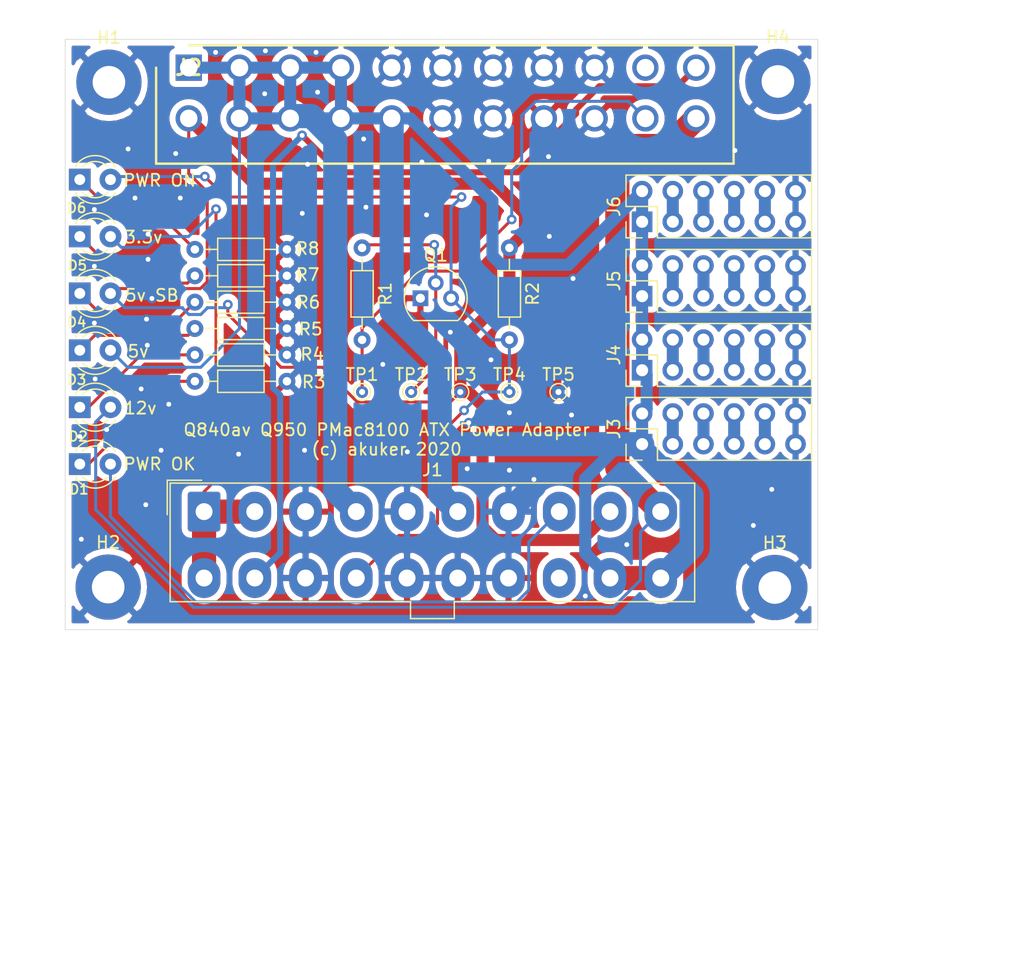
<source format=kicad_pcb>
(kicad_pcb (version 20171130) (host pcbnew "(5.1.6)-1")
  (layers (0 F.Cu signal) (31 B.Cu signal) (34 B.Paste user) (35 F.Paste user) (36 B.SilkS user) (37 F.SilkS user) (38 B.Mask user) (39 F.Mask user) (44 Edge.Cuts user))
  (net 0 "")
  (net 1 "Net-(J2-Pad10)")
  (net 2 GND)
  (net 3 +5V)
  (net 4 "Net-(J1-Pad18)")
  (net 5 PWR_ON)
  (net 6 -12V)
  (net 7 +12V)
  (net 8 +5VP)
  (net 9 PWR_OK)
  (net 10 "Net-(D1-Pad1)")
  (net 11 "Net-(D2-Pad1)")
  (net 12 "Net-(D3-Pad1)")
  (net 13 "Net-(D4-Pad1)")
  (net 14 +3V3)
  (net 15 "Net-(D5-Pad1)")
  (net 16 "Net-(D6-Pad1)")
  (net 17 PFW)
  (net 18 "Net-(Q1-Pad2)")
  (net 19 "Net-(J3-Pad10)")
  (net 20 "Net-(J3-Pad7)")
  (net 21 "Net-(J3-Pad5)")
  (net 22 "Net-(J3-Pad3)")
  (net 23 "Net-(J4-Pad10)")
  (net 24 "Net-(J4-Pad7)")
  (net 25 "Net-(J4-Pad5)")
  (net 26 "Net-(J4-Pad3)")
  (net 27 "Net-(J5-Pad10)")
  (net 28 "Net-(J5-Pad7)")
  (net 29 "Net-(J5-Pad5)")
  (net 30 "Net-(J5-Pad3)")
  (net 31 "Net-(J6-Pad10)")
  (net 32 "Net-(J6-Pad7)")
  (net 33 "Net-(J6-Pad5)")
  (net 34 "Net-(J6-Pad3)")
  (module MountingHole:MountingHole_2.7mm_M2.5_Pad (layer F.Cu) (at 130.556 62.6745)
    (fp_text reference H4 (at 0 -3.7) (layer F.SilkS))
    (fp_text value MountingHole_Pad)
    (pad 1 thru_hole circle (at 0 0) (size 5.4 5.4) (drill 2.7) (layers *.Cu *.Mask) (net 2 GND))
  )
  (module MountingHole:MountingHole_2.7mm_M2.5_Pad (layer F.Cu) (at 130.302 104.5845)
    (fp_text reference H3 (at 0 -3.7) (layer F.SilkS))
    (fp_text value MountingHole_Pad)
    (pad 1 thru_hole circle (at 0 0) (size 5.4 5.4) (drill 2.7) (layers *.Cu *.Mask) (net 2 GND))
  )
  (module MountingHole:MountingHole_2.7mm_M2.5_Pad (layer F.Cu) (at 75.1205 104.5495)
    (fp_text reference H2 (at 0 -3.7) (layer F.SilkS))
    (fp_text value MountingHole_Pad)
    (pad 1 thru_hole circle (at 0 0) (size 5.4 5.4) (drill 2.7) (layers *.Cu *.Mask) (net 2 GND))
  )
  (module MountingHole:MountingHole_2.7mm_M2.5_Pad (layer F.Cu) (at 75.184 62.738)
    (fp_text reference H1 (at 0 -3.7) (layer F.SilkS))
    (fp_text value MountingHole_Pad)
    (pad 1 thru_hole circle (at 0 0) (size 5.4 5.4) (drill 2.7) (layers *.Cu *.Mask) (net 2 GND))
  )
  (module Connector_PinHeader_2.54mm:PinHeader_2x06_P2.54mm_Vertical (layer F.Cu) (at 119.3165 74.295 90)
    (fp_text reference J6 (at 1.27 -2.33 90) (layer F.SilkS))
    (fp_text value Conn_02x06_Counter_Clockwise)
    (pad 12 thru_hole oval (at 2.54 12.7 90) (size 1.7 1.7) (drill 1) (layers *.Cu *.Mask) (net 2 GND))
    (pad 11 thru_hole oval (at 0 12.7 90) (size 1.7 1.7) (drill 1) (layers *.Cu *.Mask) (net 2 GND))
    (pad 10 thru_hole oval (at 2.54 10.16 90) (size 1.7 1.7) (drill 1) (layers *.Cu *.Mask) (net 31 "Net-(J6-Pad10)"))
    (pad 9 thru_hole oval (at 0 10.16 90) (size 1.7 1.7) (drill 1) (layers *.Cu *.Mask) (net 31 "Net-(J6-Pad10)"))
    (pad 8 thru_hole oval (at 2.54 7.62 90) (size 1.7 1.7) (drill 1) (layers *.Cu *.Mask) (net 32 "Net-(J6-Pad7)"))
    (pad 7 thru_hole oval (at 0 7.62 90) (size 1.7 1.7) (drill 1) (layers *.Cu *.Mask) (net 32 "Net-(J6-Pad7)"))
    (pad 6 thru_hole oval (at 2.54 5.08 90) (size 1.7 1.7) (drill 1) (layers *.Cu *.Mask) (net 33 "Net-(J6-Pad5)"))
    (pad 5 thru_hole oval (at 0 5.08 90) (size 1.7 1.7) (drill 1) (layers *.Cu *.Mask) (net 33 "Net-(J6-Pad5)"))
    (pad 4 thru_hole oval (at 2.54 2.54 90) (size 1.7 1.7) (drill 1) (layers *.Cu *.Mask) (net 34 "Net-(J6-Pad3)"))
    (pad 3 thru_hole oval (at 0 2.54 90) (size 1.7 1.7) (drill 1) (layers *.Cu *.Mask) (net 34 "Net-(J6-Pad3)"))
    (pad 2 thru_hole oval (at 2.54 0 90) (size 1.7 1.7) (drill 1) (layers *.Cu *.Mask) (net 3 +5V))
    (pad 1 thru_hole rect (at 0 0 90) (size 1.7 1.7) (drill 1) (layers *.Cu *.Mask) (net 3 +5V))
  )
  (module Connector_PinHeader_2.54mm:PinHeader_2x06_P2.54mm_Vertical (layer F.Cu) (at 119.3165 80.4545 90)
    (fp_text reference J5 (at 1.27 -2.33 90) (layer F.SilkS))
    (fp_text value Conn_02x06_Counter_Clockwise)
    (pad 12 thru_hole oval (at 2.54 12.7 90) (size 1.7 1.7) (drill 1) (layers *.Cu *.Mask) (net 2 GND))
    (pad 11 thru_hole oval (at 0 12.7 90) (size 1.7 1.7) (drill 1) (layers *.Cu *.Mask) (net 2 GND))
    (pad 10 thru_hole oval (at 2.54 10.16 90) (size 1.7 1.7) (drill 1) (layers *.Cu *.Mask) (net 27 "Net-(J5-Pad10)"))
    (pad 9 thru_hole oval (at 0 10.16 90) (size 1.7 1.7) (drill 1) (layers *.Cu *.Mask) (net 27 "Net-(J5-Pad10)"))
    (pad 8 thru_hole oval (at 2.54 7.62 90) (size 1.7 1.7) (drill 1) (layers *.Cu *.Mask) (net 28 "Net-(J5-Pad7)"))
    (pad 7 thru_hole oval (at 0 7.62 90) (size 1.7 1.7) (drill 1) (layers *.Cu *.Mask) (net 28 "Net-(J5-Pad7)"))
    (pad 6 thru_hole oval (at 2.54 5.08 90) (size 1.7 1.7) (drill 1) (layers *.Cu *.Mask) (net 29 "Net-(J5-Pad5)"))
    (pad 5 thru_hole oval (at 0 5.08 90) (size 1.7 1.7) (drill 1) (layers *.Cu *.Mask) (net 29 "Net-(J5-Pad5)"))
    (pad 4 thru_hole oval (at 2.54 2.54 90) (size 1.7 1.7) (drill 1) (layers *.Cu *.Mask) (net 30 "Net-(J5-Pad3)"))
    (pad 3 thru_hole oval (at 0 2.54 90) (size 1.7 1.7) (drill 1) (layers *.Cu *.Mask) (net 30 "Net-(J5-Pad3)"))
    (pad 2 thru_hole oval (at 2.54 0 90) (size 1.7 1.7) (drill 1) (layers *.Cu *.Mask) (net 3 +5V))
    (pad 1 thru_hole rect (at 0 0 90) (size 1.7 1.7) (drill 1) (layers *.Cu *.Mask) (net 3 +5V))
  )
  (module Connector_PinHeader_2.54mm:PinHeader_2x06_P2.54mm_Vertical (layer F.Cu) (at 119.3165 86.5895 90)
    (fp_text reference J4 (at 1.27 -2.33 90) (layer F.SilkS))
    (fp_text value Conn_02x06_Counter_Clockwise)
    (pad 12 thru_hole oval (at 2.54 12.7 90) (size 1.7 1.7) (drill 1) (layers *.Cu *.Mask) (net 2 GND))
    (pad 11 thru_hole oval (at 0 12.7 90) (size 1.7 1.7) (drill 1) (layers *.Cu *.Mask) (net 2 GND))
    (pad 10 thru_hole oval (at 2.54 10.16 90) (size 1.7 1.7) (drill 1) (layers *.Cu *.Mask) (net 23 "Net-(J4-Pad10)"))
    (pad 9 thru_hole oval (at 0 10.16 90) (size 1.7 1.7) (drill 1) (layers *.Cu *.Mask) (net 23 "Net-(J4-Pad10)"))
    (pad 8 thru_hole oval (at 2.54 7.62 90) (size 1.7 1.7) (drill 1) (layers *.Cu *.Mask) (net 24 "Net-(J4-Pad7)"))
    (pad 7 thru_hole oval (at 0 7.62 90) (size 1.7 1.7) (drill 1) (layers *.Cu *.Mask) (net 24 "Net-(J4-Pad7)"))
    (pad 6 thru_hole oval (at 2.54 5.08 90) (size 1.7 1.7) (drill 1) (layers *.Cu *.Mask) (net 25 "Net-(J4-Pad5)"))
    (pad 5 thru_hole oval (at 0 5.08 90) (size 1.7 1.7) (drill 1) (layers *.Cu *.Mask) (net 25 "Net-(J4-Pad5)"))
    (pad 4 thru_hole oval (at 2.54 2.54 90) (size 1.7 1.7) (drill 1) (layers *.Cu *.Mask) (net 26 "Net-(J4-Pad3)"))
    (pad 3 thru_hole oval (at 0 2.54 90) (size 1.7 1.7) (drill 1) (layers *.Cu *.Mask) (net 26 "Net-(J4-Pad3)"))
    (pad 2 thru_hole oval (at 2.54 0 90) (size 1.7 1.7) (drill 1) (layers *.Cu *.Mask) (net 3 +5V))
    (pad 1 thru_hole rect (at 0 0 90) (size 1.7 1.7) (drill 1) (layers *.Cu *.Mask) (net 3 +5V))
  )
  (module Connector_PinHeader_2.54mm:PinHeader_2x06_P2.54mm_Vertical (layer F.Cu) (at 119.3165 92.71 90)
    (fp_text reference J3 (at 1.27 -2.33 90) (layer F.SilkS))
    (fp_text value Conn_02x06_Counter_Clockwise)
    (pad 12 thru_hole oval (at 2.54 12.7 90) (size 1.7 1.7) (drill 1) (layers *.Cu *.Mask) (net 2 GND))
    (pad 11 thru_hole oval (at 0 12.7 90) (size 1.7 1.7) (drill 1) (layers *.Cu *.Mask) (net 2 GND))
    (pad 10 thru_hole oval (at 2.54 10.16 90) (size 1.7 1.7) (drill 1) (layers *.Cu *.Mask) (net 19 "Net-(J3-Pad10)"))
    (pad 9 thru_hole oval (at 0 10.16 90) (size 1.7 1.7) (drill 1) (layers *.Cu *.Mask) (net 19 "Net-(J3-Pad10)"))
    (pad 8 thru_hole oval (at 2.54 7.62 90) (size 1.7 1.7) (drill 1) (layers *.Cu *.Mask) (net 20 "Net-(J3-Pad7)"))
    (pad 7 thru_hole oval (at 0 7.62 90) (size 1.7 1.7) (drill 1) (layers *.Cu *.Mask) (net 20 "Net-(J3-Pad7)"))
    (pad 6 thru_hole oval (at 2.54 5.08 90) (size 1.7 1.7) (drill 1) (layers *.Cu *.Mask) (net 21 "Net-(J3-Pad5)"))
    (pad 5 thru_hole oval (at 0 5.08 90) (size 1.7 1.7) (drill 1) (layers *.Cu *.Mask) (net 21 "Net-(J3-Pad5)"))
    (pad 4 thru_hole oval (at 2.54 2.54 90) (size 1.7 1.7) (drill 1) (layers *.Cu *.Mask) (net 22 "Net-(J3-Pad3)"))
    (pad 3 thru_hole oval (at 0 2.54 90) (size 1.7 1.7) (drill 1) (layers *.Cu *.Mask) (net 22 "Net-(J3-Pad3)"))
    (pad 2 thru_hole oval (at 2.54 0 90) (size 1.7 1.7) (drill 1) (layers *.Cu *.Mask) (net 3 +5V))
    (pad 1 thru_hole rect (at 0 0 90) (size 1.7 1.7) (drill 1) (layers *.Cu *.Mask) (net 3 +5V))
  )
  (module TestPoint:TestPoint_THTPad_D1.0mm_Drill0.5mm (layer F.Cu) (at 112.395 88.392)
    (fp_text reference TP5 (at 0 -1.448) (layer F.SilkS))
    (fp_text value TestPoint)
    (pad 1 thru_hole circle (at 0 0) (size 1 1) (drill 0.5) (layers *.Cu *.Mask) (net 2 GND))
  )
  (module TestPoint:TestPoint_THTPad_D1.0mm_Drill0.5mm (layer F.Cu) (at 108.331 88.392)
    (fp_text reference TP4 (at 0 -1.448) (layer F.SilkS))
    (fp_text value TestPoint)
    (pad 1 thru_hole circle (at 0 0) (size 1 1) (drill 0.5) (layers *.Cu *.Mask) (net 5 PWR_ON))
  )
  (module TestPoint:TestPoint_THTPad_D1.0mm_Drill0.5mm (layer F.Cu) (at 104.267 88.392)
    (fp_text reference TP3 (at 0 -1.448) (layer F.SilkS))
    (fp_text value TestPoint)
    (pad 1 thru_hole circle (at 0 0) (size 1 1) (drill 0.5) (layers *.Cu *.Mask) (net 8 +5VP))
  )
  (module TestPoint:TestPoint_THTPad_D1.0mm_Drill0.5mm (layer F.Cu) (at 100.203 88.392)
    (fp_text reference TP2 (at 0 -1.448) (layer F.SilkS))
    (fp_text value TestPoint)
    (pad 1 thru_hole circle (at 0 0) (size 1 1) (drill 0.5) (layers *.Cu *.Mask) (net 18 "Net-(Q1-Pad2)"))
  )
  (module TestPoint:TestPoint_THTPad_D1.0mm_Drill0.5mm (layer F.Cu) (at 96.139 88.392)
    (fp_text reference TP1 (at 0 -1.448) (layer F.SilkS))
    (fp_text value TestPoint)
    (pad 1 thru_hole circle (at 0 0) (size 1 1) (drill 0.5) (layers *.Cu *.Mask) (net 17 PFW))
  )
  (module Resistor_THT:R_Axial_DIN0204_L3.6mm_D1.6mm_P7.62mm_Horizontal (layer F.Cu) (at 89.916 76.581 180)
    (fp_text reference R8 (at -1.7145 0.0635) (layer F.SilkS))
    (fp_text value 10k)
    (pad 2 thru_hole oval (at 7.62 0 180) (size 1.4 1.4) (drill 0.7) (layers *.Cu *.Mask) (net 16 "Net-(D6-Pad1)"))
    (pad 1 thru_hole circle (at 0 0 180) (size 1.4 1.4) (drill 0.7) (layers *.Cu *.Mask) (net 2 GND))
  )
  (module Resistor_THT:R_Axial_DIN0204_L3.6mm_D1.6mm_P7.62mm_Horizontal (layer F.Cu) (at 89.916 78.7654 180)
    (fp_text reference R7 (at -1.7145 0.0889) (layer F.SilkS))
    (fp_text value 10k)
    (pad 2 thru_hole oval (at 7.62 0 180) (size 1.4 1.4) (drill 0.7) (layers *.Cu *.Mask) (net 15 "Net-(D5-Pad1)"))
    (pad 1 thru_hole circle (at 0 0 180) (size 1.4 1.4) (drill 0.7) (layers *.Cu *.Mask) (net 2 GND))
  )
  (module Resistor_THT:R_Axial_DIN0204_L3.6mm_D1.6mm_P7.62mm_Horizontal (layer F.Cu) (at 89.916 80.9498 180)
    (fp_text reference R6 (at -1.778 -0.0127) (layer F.SilkS))
    (fp_text value 10k)
    (pad 2 thru_hole oval (at 7.62 0 180) (size 1.4 1.4) (drill 0.7) (layers *.Cu *.Mask) (net 13 "Net-(D4-Pad1)"))
    (pad 1 thru_hole circle (at 0 0 180) (size 1.4 1.4) (drill 0.7) (layers *.Cu *.Mask) (net 2 GND))
  )
  (module Resistor_THT:R_Axial_DIN0204_L3.6mm_D1.6mm_P7.62mm_Horizontal (layer F.Cu) (at 89.916 83.1342 180)
    (fp_text reference R5 (at -1.9685 -0.0508) (layer F.SilkS))
    (fp_text value 10k)
    (pad 2 thru_hole oval (at 7.62 0 180) (size 1.4 1.4) (drill 0.7) (layers *.Cu *.Mask) (net 12 "Net-(D3-Pad1)"))
    (pad 1 thru_hole circle (at 0 0 180) (size 1.4 1.4) (drill 0.7) (layers *.Cu *.Mask) (net 2 GND))
  )
  (module Resistor_THT:R_Axial_DIN0204_L3.6mm_D1.6mm_P7.62mm_Horizontal (layer F.Cu) (at 89.916 85.3186 180)
    (fp_text reference R4 (at -2.0955 0.0381) (layer F.SilkS))
    (fp_text value 10k)
    (pad 2 thru_hole oval (at 7.62 0 180) (size 1.4 1.4) (drill 0.7) (layers *.Cu *.Mask) (net 11 "Net-(D2-Pad1)"))
    (pad 1 thru_hole circle (at 0 0 180) (size 1.4 1.4) (drill 0.7) (layers *.Cu *.Mask) (net 2 GND))
  )
  (module Resistor_THT:R_Axial_DIN0204_L3.6mm_D1.6mm_P7.62mm_Horizontal (layer F.Cu) (at 89.916 87.503 180)
    (fp_text reference R3 (at -2.2225 -0.0635) (layer F.SilkS))
    (fp_text value 10k)
    (pad 2 thru_hole oval (at 7.62 0 180) (size 1.4 1.4) (drill 0.7) (layers *.Cu *.Mask) (net 10 "Net-(D1-Pad1)"))
    (pad 1 thru_hole circle (at 0 0 180) (size 1.4 1.4) (drill 0.7) (layers *.Cu *.Mask) (net 2 GND))
  )
  (module Resistor_THT:R_Axial_DIN0204_L3.6mm_D1.6mm_P7.62mm_Horizontal (layer F.Cu) (at 108.331 76.454 270)
    (fp_text reference R2 (at 3.81 -1.92 90) (layer F.SilkS))
    (fp_text value 1k)
    (pad 2 thru_hole oval (at 7.62 0 270) (size 1.4 1.4) (drill 0.7) (layers *.Cu *.Mask) (net 5 PWR_ON))
    (pad 1 thru_hole circle (at 0 0 270) (size 1.4 1.4) (drill 0.7) (layers *.Cu *.Mask) (net 8 +5VP))
  )
  (module Resistor_THT:R_Axial_DIN0204_L3.6mm_D1.6mm_P7.62mm_Horizontal (layer F.Cu) (at 96.139 76.454 270)
    (fp_text reference R1 (at 3.81 -1.92 90) (layer F.SilkS))
    (fp_text value 10k)
    (pad 2 thru_hole oval (at 7.62 0 270) (size 1.4 1.4) (drill 0.7) (layers *.Cu *.Mask) (net 17 PFW))
    (pad 1 thru_hole circle (at 0 0 270) (size 1.4 1.4) (drill 0.7) (layers *.Cu *.Mask) (net 18 "Net-(Q1-Pad2)"))
  )
  (module Package_TO_SOT_THT:TO-92 (layer F.Cu) (at 100.965 80.624)
    (fp_text reference Q1 (at 1.27 -3.56) (layer F.SilkS))
    (fp_text value Q_NPN_BCE)
    (pad 1 thru_hole rect (at 0 0 90) (size 1.3 1.3) (drill 0.75) (layers *.Cu *.Mask) (net 2 GND))
    (pad 3 thru_hole circle (at 2.54 0 90) (size 1.3 1.3) (drill 0.75) (layers *.Cu *.Mask) (net 5 PWR_ON))
    (pad 2 thru_hole circle (at 1.27 -1.27 90) (size 1.3 1.3) (drill 0.75) (layers *.Cu *.Mask) (net 18 "Net-(Q1-Pad2)"))
  )
  (module LED_THT:LED_D3.0mm (layer F.Cu) (at 72.771 70.8025)
    (fp_text reference D6 (at -0.254 2.3495) (layer F.SilkS) (effects (font (size 0.8 0.8))))
    (fp_text value LED_Small)
    (pad 2 thru_hole circle (at 2.54 0) (size 1.8 1.8) (drill 0.9) (layers *.Cu *.Mask) (net 5 PWR_ON))
    (pad 1 thru_hole rect (at 0 0) (size 1.8 1.8) (drill 0.9) (layers *.Cu *.Mask) (net 16 "Net-(D6-Pad1)"))
  )
  (module LED_THT:LED_D3.0mm (layer F.Cu) (at 72.771 75.5142)
    (fp_text reference D5 (at -0.1905 2.4003) (layer F.SilkS) (effects (font (size 0.8 0.8))))
    (fp_text value LED_Small)
    (pad 2 thru_hole circle (at 2.54 0) (size 1.8 1.8) (drill 0.9) (layers *.Cu *.Mask) (net 14 +3V3))
    (pad 1 thru_hole rect (at 0 0) (size 1.8 1.8) (drill 0.9) (layers *.Cu *.Mask) (net 15 "Net-(D5-Pad1)"))
  )
  (module LED_THT:LED_D3.0mm (layer F.Cu) (at 72.771 80.2259)
    (fp_text reference D4 (at -0.254 2.3876) (layer F.SilkS) (effects (font (size 0.8 0.8))))
    (fp_text value LED_Small)
    (pad 2 thru_hole circle (at 2.54 0) (size 1.8 1.8) (drill 0.9) (layers *.Cu *.Mask) (net 8 +5VP))
    (pad 1 thru_hole rect (at 0 0) (size 1.8 1.8) (drill 0.9) (layers *.Cu *.Mask) (net 13 "Net-(D4-Pad1)"))
  )
  (module LED_THT:LED_D3.0mm (layer F.Cu) (at 72.771 84.9376)
    (fp_text reference D3 (at -0.254 2.4384) (layer F.SilkS) (effects (font (size 0.8 0.8))))
    (fp_text value LED_Small)
    (pad 2 thru_hole circle (at 2.54 0) (size 1.8 1.8) (drill 0.9) (layers *.Cu *.Mask) (net 3 +5V))
    (pad 1 thru_hole rect (at 0 0) (size 1.8 1.8) (drill 0.9) (layers *.Cu *.Mask) (net 12 "Net-(D3-Pad1)"))
  )
  (module LED_THT:LED_D3.0mm (layer F.Cu) (at 72.771 89.6493)
    (fp_text reference D2 (at -0.127 2.4257) (layer F.SilkS) (effects (font (size 0.8 0.8))))
    (fp_text value LED_Small)
    (pad 2 thru_hole circle (at 2.54 0) (size 1.8 1.8) (drill 0.9) (layers *.Cu *.Mask) (net 7 +12V))
    (pad 1 thru_hole rect (at 0 0) (size 1.8 1.8) (drill 0.9) (layers *.Cu *.Mask) (net 11 "Net-(D2-Pad1)"))
  )
  (module LED_THT:LED_D3.0mm (layer F.Cu) (at 72.771 94.361)
    (fp_text reference D1 (at -0.0635 2.0955) (layer F.SilkS) (effects (font (size 0.8 0.8))))
    (fp_text value LED_Small)
    (pad 2 thru_hole circle (at 2.54 0) (size 1.8 1.8) (drill 0.9) (layers *.Cu *.Mask) (net 9 PWR_OK))
    (pad 1 thru_hole rect (at 0 0) (size 1.8 1.8) (drill 0.9) (layers *.Cu *.Mask) (net 10 "Net-(D1-Pad1)"))
  )
  (module Library_Loader:SHDR22W125P420_2X11_4740X960X1310P (layer F.Cu) (at 81.788 61.5315)
    (fp_text reference J2 (at 0 0) (layer F.SilkS) (effects (font (size 1.27 1.27) (thickness 0.254))))
    (fp_text value 39-28-1223 hide)
    (pad 22 thru_hole circle (at 42 4.2) (size 2.175 2.175) (drill 1.45) (layers *.Cu *.Mask) (net 7 +12V))
    (pad 21 thru_hole circle (at 37.8 4.2) (size 2.175 2.175) (drill 1.45) (layers *.Cu *.Mask) (net 17 PFW))
    (pad 20 thru_hole circle (at 33.6 4.2) (size 2.175 2.175) (drill 1.45) (layers *.Cu *.Mask) (net 2 GND))
    (pad 19 thru_hole circle (at 29.4 4.2) (size 2.175 2.175) (drill 1.45) (layers *.Cu *.Mask) (net 2 GND))
    (pad 18 thru_hole circle (at 25.2 4.2) (size 2.175 2.175) (drill 1.45) (layers *.Cu *.Mask) (net 2 GND))
    (pad 17 thru_hole circle (at 21 4.2) (size 2.175 2.175) (drill 1.45) (layers *.Cu *.Mask) (net 2 GND))
    (pad 16 thru_hole circle (at 16.8 4.2) (size 2.175 2.175) (drill 1.45) (layers *.Cu *.Mask) (net 3 +5V))
    (pad 15 thru_hole circle (at 12.6 4.2) (size 2.175 2.175) (drill 1.45) (layers *.Cu *.Mask) (net 3 +5V))
    (pad 14 thru_hole circle (at 8.4 4.2) (size 2.175 2.175) (drill 1.45) (layers *.Cu *.Mask) (net 3 +5V))
    (pad 13 thru_hole circle (at 4.2 4.2) (size 2.175 2.175) (drill 1.45) (layers *.Cu *.Mask) (net 3 +5V))
    (pad 12 thru_hole circle (at 0 4.2) (size 2.175 2.175) (drill 1.45) (layers *.Cu *.Mask) (net 8 +5VP))
    (pad 11 thru_hole circle (at 42 0) (size 2.175 2.175) (drill 1.45) (layers *.Cu *.Mask) (net 6 -12V))
    (pad 10 thru_hole circle (at 37.8 0) (size 2.175 2.175) (drill 1.45) (layers *.Cu *.Mask) (net 1 "Net-(J2-Pad10)"))
    (pad 9 thru_hole circle (at 33.6 0) (size 2.175 2.175) (drill 1.45) (layers *.Cu *.Mask) (net 2 GND))
    (pad 8 thru_hole circle (at 29.4 0) (size 2.175 2.175) (drill 1.45) (layers *.Cu *.Mask) (net 2 GND))
    (pad 7 thru_hole circle (at 25.2 0) (size 2.175 2.175) (drill 1.45) (layers *.Cu *.Mask) (net 2 GND))
    (pad 6 thru_hole circle (at 21 0) (size 2.175 2.175) (drill 1.45) (layers *.Cu *.Mask) (net 2 GND))
    (pad 5 thru_hole circle (at 16.8 0) (size 2.175 2.175) (drill 1.45) (layers *.Cu *.Mask) (net 2 GND))
    (pad 4 thru_hole circle (at 12.6 0) (size 2.175 2.175) (drill 1.45) (layers *.Cu *.Mask) (net 3 +5V))
    (pad 3 thru_hole circle (at 8.4 0) (size 2.175 2.175) (drill 1.45) (layers *.Cu *.Mask) (net 3 +5V))
    (pad 2 thru_hole circle (at 4.2 0) (size 2.175 2.175) (drill 1.45) (layers *.Cu *.Mask) (net 3 +5V))
    (pad 1 thru_hole rect (at 0 0) (size 2.175 2.175) (drill 1.45) (layers *.Cu *.Mask) (net 3 +5V))
  )
  (module Connector_Molex:Molex_Mini-Fit_Jr_5566-20A_2x10_P4.20mm_Vertical (layer F.Cu) (at 83.058 98.298)
    (fp_text reference J1 (at 18.9 -3.45) (layer F.SilkS))
    (fp_text value ATX-20)
    (pad 20 thru_hole oval (at 37.8 5.5) (size 2.7 3.3) (drill 1.4) (layers *.Cu *.Mask) (net 3 +5V))
    (pad 19 thru_hole oval (at 33.6 5.5) (size 2.7 3.3) (drill 1.4) (layers *.Cu *.Mask) (net 3 +5V))
    (pad 18 thru_hole oval (at 29.4 5.5) (size 2.7 3.3) (drill 1.4) (layers *.Cu *.Mask) (net 4 "Net-(J1-Pad18)"))
    (pad 17 thru_hole oval (at 25.2 5.5) (size 2.7 3.3) (drill 1.4) (layers *.Cu *.Mask) (net 2 GND))
    (pad 16 thru_hole oval (at 21 5.5) (size 2.7 3.3) (drill 1.4) (layers *.Cu *.Mask) (net 2 GND))
    (pad 15 thru_hole oval (at 16.8 5.5) (size 2.7 3.3) (drill 1.4) (layers *.Cu *.Mask) (net 2 GND))
    (pad 14 thru_hole oval (at 12.6 5.5) (size 2.7 3.3) (drill 1.4) (layers *.Cu *.Mask) (net 5 PWR_ON))
    (pad 13 thru_hole oval (at 8.4 5.5) (size 2.7 3.3) (drill 1.4) (layers *.Cu *.Mask) (net 2 GND))
    (pad 12 thru_hole oval (at 4.2 5.5) (size 2.7 3.3) (drill 1.4) (layers *.Cu *.Mask) (net 6 -12V))
    (pad 11 thru_hole oval (at 0 5.5) (size 2.7 3.3) (drill 1.4) (layers *.Cu *.Mask) (net 14 +3V3))
    (pad 10 thru_hole oval (at 37.8 0) (size 2.7 3.3) (drill 1.4) (layers *.Cu *.Mask) (net 7 +12V))
    (pad 9 thru_hole oval (at 33.6 0) (size 2.7 3.3) (drill 1.4) (layers *.Cu *.Mask) (net 8 +5VP))
    (pad 8 thru_hole oval (at 29.4 0) (size 2.7 3.3) (drill 1.4) (layers *.Cu *.Mask) (net 9 PWR_OK))
    (pad 7 thru_hole oval (at 25.2 0) (size 2.7 3.3) (drill 1.4) (layers *.Cu *.Mask) (net 2 GND))
    (pad 6 thru_hole oval (at 21 0) (size 2.7 3.3) (drill 1.4) (layers *.Cu *.Mask) (net 3 +5V))
    (pad 5 thru_hole oval (at 16.8 0) (size 2.7 3.3) (drill 1.4) (layers *.Cu *.Mask) (net 2 GND))
    (pad 4 thru_hole oval (at 12.6 0) (size 2.7 3.3) (drill 1.4) (layers *.Cu *.Mask) (net 3 +5V))
    (pad 3 thru_hole oval (at 8.4 0) (size 2.7 3.3) (drill 1.4) (layers *.Cu *.Mask) (net 2 GND))
    (pad 2 thru_hole oval (at 4.2 0) (size 2.7 3.3) (drill 1.4) (layers *.Cu *.Mask) (net 14 +3V3))
    (pad 1 thru_hole roundrect (at 0 0) (size 2.7 3.3) (drill 1.4) (layers *.Cu *.Mask) (roundrect_rratio 0.09259299999999999) (net 14 +3V3))
  )
  (gr_text "Q840av Q950 PMac8100 ATX Power Adapter\n(c) akuker 2020" (at 98.171 92.329) (layer F.SilkS) (effects (font (size 1 1))))
  (gr_text "PWR OK" (at 79.375 94.361) (layer F.SilkS) (effects (font (size 1 1))))
  (gr_text 12v (at 77.7875 89.7255) (layer F.SilkS) (effects (font (size 1 1))))
  (gr_text 5v (at 77.597 85.0265) (layer F.SilkS) (effects (font (size 1 1))))
  (gr_text "5v SB" (at 78.74 80.391) (layer F.SilkS) (effects (font (size 1 1))))
  (gr_text 3.3v (at 78.0415 75.565) (layer F.SilkS) (effects (font (size 1 1))))
  (gr_text "PWR ON" (at 79.375 70.866) (layer F.SilkS) (effects (font (size 1 1))))
  (gr_line (start 71.5645 59.182) (end 72.1995 59.182) (layer Edge.Cuts) (width 0.05))
  (gr_line (start 71.5645 108.077) (end 71.5645 59.182) (layer Edge.Cuts) (width 0.05))
  (gr_line (start 133.858 108.077) (end 71.5645 108.077) (layer Edge.Cuts) (width 0.05))
  (gr_line (start 133.858 59.182) (end 133.858 108.077) (layer Edge.Cuts) (width 0.05))
  (gr_line (start 72.1995 59.182) (end 133.858 59.182) (layer Edge.Cuts) (width 0.05))
  (via (at 97.8535 86.106) (size 0.8) (drill 0.4) (layers F.Cu B.Cu) (net 2))
  (via (at 101.473 73.7235) (size 0.8) (drill 0.4) (layers F.Cu B.Cu) (net 2))
  (via (at 91.186 73.5965) (size 0.8) (drill 0.4) (layers F.Cu B.Cu) (net 2))
  (via (at 77.343 72.3265) (size 0.8) (drill 0.4) (layers F.Cu B.Cu) (net 2))
  (via (at 81.0895 72.3265) (size 0.8) (drill 0.4) (layers F.Cu B.Cu) (net 2))
  (via (at 76.7715 68.2625) (size 0.8) (drill 0.4) (layers F.Cu B.Cu) (net 2))
  (via (at 80.7085 68.6435) (size 0.8) (drill 0.4) (layers F.Cu B.Cu) (net 2))
  (via (at 91.3765 93.218) (size 0.8) (drill 0.4) (layers F.Cu B.Cu) (net 2))
  (via (at 99.8855 93.345) (size 0.8) (drill 0.4) (layers F.Cu B.Cu) (net 2))
  (via (at 108.331 94.869) (size 0.8) (drill 0.4) (layers F.Cu B.Cu) (net 2))
  (via (at 108.331 90.1065) (size 0.8) (drill 0.4) (layers F.Cu B.Cu) (net 2))
  (via (at 113.4745 90.297) (size 0.8) (drill 0.4) (layers F.Cu B.Cu) (net 2))
  (via (at 118.0465 101.0285) (size 0.8) (drill 0.4) (layers F.Cu B.Cu) (net 2))
  (via (at 79.502 93.218) (size 0.8) (drill 0.4) (layers F.Cu B.Cu) (net 2))
  (via (at 85.9155 93.5355) (size 0.8) (drill 0.4) (layers F.Cu B.Cu) (net 2))
  (via (at 80.137 89.408) (size 0.8) (drill 0.4) (layers F.Cu B.Cu) (net 2))
  (via (at 77.851 88.138) (size 0.8) (drill 0.4) (layers F.Cu B.Cu) (net 2))
  (via (at 78.4225 75.311) (size 0.8) (drill 0.4) (layers F.Cu B.Cu) (net 2))
  (via (at 78.4225 77.4065) (size 0.8) (drill 0.4) (layers F.Cu B.Cu) (net 2))
  (via (at 78.74 80.645) (size 0.8) (drill 0.4) (layers F.Cu B.Cu) (net 2))
  (via (at 78.2955 82.3595) (size 0.8) (drill 0.4) (layers F.Cu B.Cu) (net 2))
  (via (at 78.359 84.5185) (size 0.8) (drill 0.4) (layers F.Cu B.Cu) (net 2))
  (via (at 74.041 87.3125) (size 0.8) (drill 0.4) (layers F.Cu B.Cu) (net 2))
  (via (at 73.9775 82.677) (size 0.8) (drill 0.4) (layers F.Cu B.Cu) (net 2))
  (via (at 73.9775 77.978) (size 0.8) (drill 0.4) (layers F.Cu B.Cu) (net 2))
  (via (at 73.9775 73.279) (size 0.8) (drill 0.4) (layers F.Cu B.Cu) (net 2))
  (via (at 74.9935 91.5035) (size 0.8) (drill 0.4) (layers F.Cu B.Cu) (net 2))
  (via (at 72.771 92.075) (size 0.8) (drill 0.4) (layers F.Cu B.Cu) (net 2))
  (via (at 78.232 97.7265) (size 0.8) (drill 0.4) (layers F.Cu B.Cu) (net 2))
  (via (at 72.898 100.584) (size 0.8) (drill 0.4) (layers F.Cu B.Cu) (net 2))
  (via (at 113.6015 78.994) (size 0.8) (drill 0.4) (layers F.Cu B.Cu) (net 2))
  (via (at 111.5695 68.8975) (size 0.8) (drill 0.4) (layers F.Cu B.Cu) (net 2))
  (via (at 127 68.3895) (size 0.8) (drill 0.4) (layers F.Cu B.Cu) (net 2))
  (via (at 130.048 96.4565) (size 0.8) (drill 0.4) (layers F.Cu B.Cu) (net 2))
  (via (at 128.524 99.441) (size 0.8) (drill 0.4) (layers F.Cu B.Cu) (net 2))
  (via (at 96.4565 73.0885) (size 0.8) (drill 0.4) (layers F.Cu B.Cu) (net 2))
  (via (at 96.266 67.437) (size 0.8) (drill 0.4) (layers F.Cu B.Cu) (net 2))
  (via (at 92.456 63.5635) (size 0.8) (drill 0.4) (layers F.Cu B.Cu) (net 2))
  (via (at 88.0745 63.6905) (size 0.8) (drill 0.4) (layers F.Cu B.Cu) (net 2))
  (via (at 88.138 60.1345) (size 0.8) (drill 0.4) (layers F.Cu B.Cu) (net 2))
  (via (at 92.329 60.2615) (size 0.8) (drill 0.4) (layers F.Cu B.Cu) (net 2))
  (via (at 84.0105 60.2615) (size 0.8) (drill 0.4) (layers F.Cu B.Cu) (net 2))
  (via (at 114.6175 105.283) (size 0.8) (drill 0.4) (layers F.Cu B.Cu) (net 2))
  (via (at 103.4415 83.439) (size 0.8) (drill 0.4) (layers F.Cu B.Cu) (net 2))
  (via (at 106.6165 69.2785) (size 0.8) (drill 0.4) (layers F.Cu B.Cu) (net 2))
  (via (at 101.092 69.342) (size 0.8) (drill 0.4) (layers F.Cu B.Cu) (net 2))
  (via (at 91.6305 69.5325) (size 0.8) (drill 0.4) (layers F.Cu B.Cu) (net 2))
  (segment (start 111.188 75.0565) (end 111.633 75.5015) (width 2) (layer B.Cu) (net 2))
  (segment (start 111.188 65.7315) (end 111.188 75.0565) (width 2) (layer B.Cu) (net 2))
  (via (at 111.633 75.5015) (size 0.8) (drill 0.4) (layers F.Cu B.Cu) (net 2))
  (segment (start 111.633 88.18485) (end 110.363 89.45485) (width 2) (layer F.Cu) (net 2))
  (segment (start 111.633 75.5015) (end 111.633 88.18485) (width 2) (layer F.Cu) (net 2))
  (via (at 110.363 95.631) (size 0.8) (drill 0.4) (layers F.Cu B.Cu) (net 2))
  (segment (start 110.363 89.45485) (end 110.363 95.631) (width 2) (layer F.Cu) (net 2))
  (segment (start 110.363 96.193) (end 108.258 98.298) (width 2) (layer B.Cu) (net 2))
  (segment (start 110.363 95.631) (end 110.363 96.193) (width 2) (layer B.Cu) (net 2))
  (via (at 104.8385 94.742) (size 0.8) (drill 0.4) (layers F.Cu B.Cu) (net 2))
  (via (at 104.9655 90.932) (size 0.8) (drill 0.4) (layers F.Cu B.Cu) (net 2))
  (via (at 106.807 85.725) (size 0.8) (drill 0.4) (layers F.Cu B.Cu) (net 2))
  (segment (start 81.788 61.5315) (end 94.388 61.5315) (width 1) (layer B.Cu) (net 3))
  (segment (start 85.988 65.7315) (end 98.588 65.7315) (width 1) (layer B.Cu) (net 3))
  (segment (start 94.388 65.7315) (end 94.388 61.5315) (width 1) (layer B.Cu) (net 3))
  (segment (start 90.188 65.7315) (end 90.188 61.5315) (width 1) (layer B.Cu) (net 3))
  (segment (start 85.988 65.7315) (end 85.988 61.5315) (width 1) (layer B.Cu) (net 3))
  (segment (start 117.4665 92.71) (end 119.3165 92.71) (width 1) (layer B.Cu) (net 3))
  (segment (start 114.60799 95.56851) (end 117.4665 92.71) (width 1) (layer B.Cu) (net 3))
  (segment (start 114.60799 101.74799) (end 114.60799 95.56851) (width 1) (layer B.Cu) (net 3))
  (segment (start 116.658 103.798) (end 114.60799 101.74799) (width 1) (layer B.Cu) (net 3))
  (segment (start 119.691501 86.964501) (end 119.3165 86.5895) (width 1) (layer B.Cu) (net 3))
  (segment (start 119.3165 90.176002) (end 119.691501 89.801001) (width 1) (layer B.Cu) (net 3))
  (segment (start 119.691501 89.801001) (end 119.691501 86.964501) (width 1) (layer B.Cu) (net 3))
  (segment (start 119.3165 92.71) (end 119.3165 90.176002) (width 1) (layer B.Cu) (net 3))
  (segment (start 119.3165 86.5895) (end 119.3165 84.0495) (width 1) (layer B.Cu) (net 3))
  (segment (start 119.3165 84.0495) (end 119.3165 80.4545) (width 1) (layer B.Cu) (net 3))
  (segment (start 119.3165 80.4545) (end 119.3165 77.9145) (width 1) (layer B.Cu) (net 3))
  (segment (start 119.3165 77.9145) (end 119.3165 74.295) (width 1) (layer B.Cu) (net 3))
  (segment (start 119.3165 74.295) (end 119.3165 71.755) (width 1) (layer B.Cu) (net 3))
  (segment (start 98.588 81.707002) (end 98.588 65.7315) (width 2) (layer B.Cu) (net 3))
  (segment (start 102.566999 85.686001) (end 98.588 81.707002) (width 2) (layer B.Cu) (net 3))
  (segment (start 104.058 98.298) (end 102.566999 96.806999) (width 2) (layer B.Cu) (net 3))
  (segment (start 120.872499 94.760001) (end 119.3165 93.204002) (width 2) (layer B.Cu) (net 3))
  (segment (start 121.226259 94.760001) (end 120.872499 94.760001) (width 2) (layer B.Cu) (net 3))
  (segment (start 123.40801 96.941752) (end 121.226259 94.760001) (width 2) (layer B.Cu) (net 3))
  (segment (start 119.3165 93.204002) (end 119.3165 92.71) (width 2) (layer B.Cu) (net 3))
  (segment (start 123.40801 101.24799) (end 123.40801 96.941752) (width 2) (layer B.Cu) (net 3))
  (segment (start 120.858 103.798) (end 123.40801 101.24799) (width 2) (layer B.Cu) (net 3))
  (segment (start 120.858 103.798) (end 116.658 103.798) (width 2) (layer F.Cu) (net 3))
  (segment (start 85.988 83.143602) (end 85.988 65.7315) (width 0.25) (layer B.Cu) (net 3))
  (segment (start 76.717001 86.343601) (end 82.788001 86.343601) (width 0.25) (layer B.Cu) (net 3))
  (segment (start 82.788001 86.343601) (end 85.988 83.143602) (width 0.25) (layer B.Cu) (net 3))
  (segment (start 75.311 84.9376) (end 76.717001 86.343601) (width 0.25) (layer B.Cu) (net 3))
  (segment (start 119.3165 92.71) (end 103.8225 92.71) (width 2) (layer B.Cu) (net 3))
  (segment (start 102.566999 96.806999) (end 102.566999 91.454499) (width 2) (layer B.Cu) (net 3))
  (segment (start 103.8225 92.71) (end 102.566999 91.454499) (width 2) (layer B.Cu) (net 3))
  (segment (start 102.566999 91.454499) (end 102.566999 85.686001) (width 2) (layer B.Cu) (net 3))
  (segment (start 106.930999 72.536542) (end 100.125957 65.7315) (width 1) (layer B.Cu) (net 3))
  (segment (start 100.125957 65.7315) (end 98.588 65.7315) (width 1) (layer B.Cu) (net 3))
  (segment (start 119.3165 71.755) (end 113.217499 77.854001) (width 1) (layer B.Cu) (net 3))
  (segment (start 106.930999 77.126001) (end 106.930999 72.536542) (width 1) (layer B.Cu) (net 3))
  (segment (start 113.217499 77.854001) (end 107.658999 77.854001) (width 1) (layer B.Cu) (net 3))
  (segment (start 107.658999 77.854001) (end 106.930999 77.126001) (width 1) (layer B.Cu) (net 3))
  (segment (start 95.658 98.298) (end 93.9165 96.5565) (width 2) (layer B.Cu) (net 3))
  (segment (start 93.9165 67.513846) (end 91.943064 65.54041) (width 2) (layer B.Cu) (net 3))
  (segment (start 93.9165 96.5565) (end 93.9165 67.513846) (width 2) (layer B.Cu) (net 3))
  (segment (start 91.943064 65.54041) (end 90.37909 65.54041) (width 2) (layer B.Cu) (net 3))
  (segment (start 90.37909 65.54041) (end 90.188 65.7315) (width 2) (layer B.Cu) (net 3))
  (segment (start 108.331 88.392) (end 108.331 84.074) (width 0.25) (layer B.Cu) (net 5))
  (segment (start 106.955 84.074) (end 103.505 80.624) (width 0.25) (layer B.Cu) (net 5))
  (segment (start 108.331 84.074) (end 106.955 84.074) (width 0.25) (layer B.Cu) (net 5))
  (via (at 83.1215 70.5485) (size 0.8) (drill 0.4) (layers F.Cu B.Cu) (net 5))
  (segment (start 75.565 70.5485) (end 75.311 70.8025) (width 0.25) (layer B.Cu) (net 5))
  (segment (start 83.1215 70.5485) (end 75.565 70.5485) (width 0.25) (layer B.Cu) (net 5))
  (segment (start 95.658 103.798) (end 99.18299 100.27301) (width 0.25) (layer F.Cu) (net 5))
  (segment (start 102.38299 99.291811) (end 102.38299 92.34777) (width 0.25) (layer F.Cu) (net 5))
  (segment (start 101.401791 100.27301) (end 102.38299 99.291811) (width 0.25) (layer F.Cu) (net 5))
  (segment (start 99.18299 100.27301) (end 101.401791 100.27301) (width 0.25) (layer F.Cu) (net 5))
  (segment (start 84.815022 72.242022) (end 104.367126 72.242022) (width 0.25) (layer F.Cu) (net 5))
  (segment (start 103.505 73.104148) (end 104.367126 72.242022) (width 0.25) (layer B.Cu) (net 5))
  (segment (start 103.505 80.624) (end 103.505 73.104148) (width 0.25) (layer B.Cu) (net 5))
  (via (at 104.367126 72.242022) (size 0.8) (drill 0.4) (layers F.Cu B.Cu) (net 5))
  (segment (start 83.1215 70.5485) (end 84.815022 72.242022) (width 0.25) (layer F.Cu) (net 5))
  (via (at 104.5845 89.916) (size 0.8) (drill 0.4) (layers F.Cu B.Cu) (net 5))
  (segment (start 102.38299 92.11751) (end 104.5845 89.916) (width 0.25) (layer F.Cu) (net 5))
  (segment (start 102.38299 92.34777) (end 102.38299 92.11751) (width 0.25) (layer F.Cu) (net 5))
  (segment (start 106.1085 88.392) (end 108.331 88.392) (width 0.25) (layer B.Cu) (net 5))
  (segment (start 104.5845 89.916) (end 106.1085 88.392) (width 0.25) (layer B.Cu) (net 5))
  (segment (start 123.788 61.5315) (end 122.250499 63.069001) (width 0.5) (layer F.Cu) (net 6))
  (segment (start 109.003001 70.192001) (end 94.226651 70.192001) (width 0.5) (layer F.Cu) (net 6))
  (segment (start 87.258 103.798) (end 89.35801 101.69799) (width 0.5) (layer B.Cu) (net 6))
  (segment (start 94.226651 70.192001) (end 91.175062 67.140412) (width 0.5) (layer F.Cu) (net 6))
  (segment (start 113.850499 64.993499) (end 113.850499 65.344503) (width 0.5) (layer F.Cu) (net 6))
  (segment (start 89.35801 88.647012) (end 88.765999 88.055001) (width 0.5) (layer B.Cu) (net 6))
  (segment (start 122.250499 63.069001) (end 115.774997 63.069001) (width 0.5) (layer F.Cu) (net 6))
  (segment (start 88.765999 88.055001) (end 88.765999 69.549475) (width 0.5) (layer B.Cu) (net 6))
  (segment (start 88.765999 69.549475) (end 91.175062 67.140412) (width 0.5) (layer B.Cu) (net 6))
  (segment (start 115.774997 63.069001) (end 113.850499 64.993499) (width 0.5) (layer F.Cu) (net 6))
  (segment (start 113.850499 65.344503) (end 109.003001 70.192001) (width 0.5) (layer F.Cu) (net 6))
  (segment (start 89.35801 101.69799) (end 89.35801 88.647012) (width 0.5) (layer B.Cu) (net 6))
  (via (at 91.175062 67.140412) (size 0.8) (drill 0.4) (layers F.Cu B.Cu) (net 6))
  (segment (start 121.500499 68.019001) (end 123.788 65.7315) (width 2) (layer F.Cu) (net 7))
  (segment (start 117.266499 69.242501) (end 118.489999 68.019001) (width 2) (layer F.Cu) (net 7))
  (segment (start 117.266499 94.706499) (end 117.266499 69.242501) (width 2) (layer F.Cu) (net 7))
  (segment (start 118.489999 68.019001) (end 121.500499 68.019001) (width 2) (layer F.Cu) (net 7))
  (segment (start 120.858 98.298) (end 117.266499 94.706499) (width 2) (layer F.Cu) (net 7))
  (segment (start 119.18299 99.97301) (end 120.858 98.298) (width 0.25) (layer B.Cu) (net 7))
  (segment (start 82.177789 106.22302) (end 116.91598 106.22302) (width 0.25) (layer B.Cu) (net 7))
  (segment (start 119.18299 103.95601) (end 119.18299 99.97301) (width 0.25) (layer B.Cu) (net 7))
  (segment (start 74.085999 98.13123) (end 82.177789 106.22302) (width 0.25) (layer B.Cu) (net 7))
  (segment (start 74.085999 90.874301) (end 74.085999 98.13123) (width 0.25) (layer B.Cu) (net 7))
  (segment (start 116.91598 106.22302) (end 119.18299 103.95601) (width 0.25) (layer B.Cu) (net 7))
  (segment (start 75.311 89.6493) (end 74.085999 90.874301) (width 0.25) (layer B.Cu) (net 7))
  (via (at 85.0265 81.153) (size 0.8) (drill 0.4) (layers F.Cu B.Cu) (net 8))
  (segment (start 103.441999 89.217001) (end 95.742999 89.217001) (width 0.25) (layer F.Cu) (net 8))
  (segment (start 104.267 88.392) (end 103.441999 89.217001) (width 0.25) (layer F.Cu) (net 8))
  (segment (start 85.0265 81.946102) (end 85.0265 81.153) (width 0.25) (layer F.Cu) (net 8))
  (segment (start 92.869599 86.343601) (end 89.423999 86.343601) (width 0.25) (layer F.Cu) (net 8))
  (segment (start 95.742999 89.217001) (end 92.869599 86.343601) (width 0.25) (layer F.Cu) (net 8))
  (segment (start 89.423999 86.343601) (end 85.0265 81.946102) (width 0.25) (layer F.Cu) (net 8))
  (segment (start 81.788 70.288004) (end 81.788 65.7315) (width 0.25) (layer F.Cu) (net 8))
  (segment (start 83.321001 79.257401) (end 83.321001 71.821005) (width 0.25) (layer F.Cu) (net 8))
  (segment (start 83.321001 71.821005) (end 81.788 70.288004) (width 0.25) (layer F.Cu) (net 8))
  (segment (start 75.711889 79.825011) (end 82.753391 79.825011) (width 0.25) (layer F.Cu) (net 8))
  (segment (start 75.311 80.2259) (end 75.711889 79.825011) (width 0.25) (layer F.Cu) (net 8))
  (segment (start 82.753391 79.825011) (end 83.321001 79.257401) (width 0.25) (layer F.Cu) (net 8))
  (segment (start 81.270999 81.407) (end 76.4921 81.407) (width 0.25) (layer B.Cu) (net 8))
  (segment (start 81.270999 81.441801) (end 81.270999 81.407) (width 0.25) (layer B.Cu) (net 8))
  (segment (start 81.803999 81.974801) (end 81.270999 81.441801) (width 0.25) (layer B.Cu) (net 8))
  (segment (start 85.0265 81.153) (end 84.7725 81.407) (width 0.25) (layer B.Cu) (net 8))
  (segment (start 84.7725 81.407) (end 83.321001 81.407) (width 0.25) (layer B.Cu) (net 8))
  (segment (start 83.321001 81.407) (end 83.321001 81.441801) (width 0.25) (layer B.Cu) (net 8))
  (segment (start 76.4921 81.407) (end 75.311 80.2259) (width 0.25) (layer B.Cu) (net 8))
  (segment (start 83.321001 81.441801) (end 82.788001 81.974801) (width 0.25) (layer B.Cu) (net 8))
  (segment (start 82.788001 81.974801) (end 81.803999 81.974801) (width 0.25) (layer B.Cu) (net 8))
  (segment (start 108.331 80.177502) (end 108.331 76.454) (width 1) (layer F.Cu) (net 8))
  (segment (start 104.267 84.241502) (end 108.331 80.177502) (width 1) (layer F.Cu) (net 8))
  (segment (start 104.267 88.392) (end 104.267 84.241502) (width 1) (layer F.Cu) (net 8))
  (segment (start 109.621502 75.163498) (end 109.621502 73.639998) (width 1) (layer F.Cu) (net 8))
  (segment (start 108.331 76.454) (end 109.621502 75.163498) (width 1) (layer F.Cu) (net 8))
  (segment (start 109.621502 73.639998) (end 107.123516 71.142012) (width 1) (layer F.Cu) (net 8))
  (segment (start 87.198512 71.142012) (end 81.788 65.7315) (width 1) (layer F.Cu) (net 8))
  (segment (start 107.123516 71.142012) (end 87.198512 71.142012) (width 1) (layer F.Cu) (net 8))
  (segment (start 106.10801 99.567509) (end 106.10801 89.525904) (width 1) (layer F.Cu) (net 8))
  (segment (start 106.10801 89.525904) (end 104.974106 88.392) (width 1) (layer F.Cu) (net 8))
  (segment (start 114.30799 100.64801) (end 107.18851 100.64801) (width 1) (layer F.Cu) (net 8))
  (segment (start 104.974106 88.392) (end 104.267 88.392) (width 1) (layer F.Cu) (net 8))
  (segment (start 107.18851 100.64801) (end 106.10801 99.567509) (width 1) (layer F.Cu) (net 8))
  (segment (start 116.658 98.298) (end 114.30799 100.64801) (width 1) (layer F.Cu) (net 8))
  (segment (start 75.311 98.719821) (end 75.311 94.361) (width 0.25) (layer B.Cu) (net 9))
  (segment (start 82.364189 105.77301) (end 75.311 98.719821) (width 0.25) (layer B.Cu) (net 9))
  (segment (start 108.951811 105.77301) (end 82.364189 105.77301) (width 0.25) (layer B.Cu) (net 9))
  (segment (start 109.93301 104.791811) (end 108.951811 105.77301) (width 0.25) (layer B.Cu) (net 9))
  (segment (start 109.93301 100.82299) (end 109.93301 104.791811) (width 0.25) (layer B.Cu) (net 9))
  (segment (start 112.458 98.298) (end 109.93301 100.82299) (width 0.25) (layer B.Cu) (net 9))
  (segment (start 73.497998 94.361) (end 72.771 94.361) (width 0.25) (layer F.Cu) (net 10))
  (segment (start 80.355998 87.503) (end 73.497998 94.361) (width 0.25) (layer F.Cu) (net 10))
  (segment (start 82.296 87.503) (end 80.355998 87.503) (width 0.25) (layer F.Cu) (net 10))
  (segment (start 73.497998 89.6493) (end 72.771 89.6493) (width 0.25) (layer F.Cu) (net 11))
  (segment (start 77.828698 85.3186) (end 73.497998 89.6493) (width 0.25) (layer F.Cu) (net 11))
  (segment (start 82.296 85.3186) (end 77.828698 85.3186) (width 0.25) (layer F.Cu) (net 11))
  (segment (start 82.296 83.1342) (end 81.731689 83.698511) (width 0.25) (layer F.Cu) (net 12))
  (segment (start 81.731689 83.698511) (end 74.010089 83.698511) (width 0.25) (layer F.Cu) (net 12))
  (segment (start 74.010089 83.698511) (end 72.771 84.9376) (width 0.25) (layer F.Cu) (net 12))
  (segment (start 75.7936 83.2485) (end 72.771 80.2259) (width 0.25) (layer F.Cu) (net 13))
  (segment (start 79.9973 83.2485) (end 75.7936 83.2485) (width 0.25) (layer F.Cu) (net 13))
  (segment (start 82.296 80.9498) (end 79.9973 83.2485) (width 0.25) (layer F.Cu) (net 13))
  (segment (start 83.058 98.298) (end 87.258 98.298) (width 2) (layer F.Cu) (net 14))
  (segment (start 83.058 103.798) (end 83.058 98.298) (width 2) (layer F.Cu) (net 14))
  (via (at 84.046011 73.245274) (size 0.8) (drill 0.4) (layers F.Cu B.Cu) (net 14))
  (segment (start 84.046011 95.659989) (end 84.046011 73.245274) (width 0.25) (layer F.Cu) (net 14))
  (segment (start 83.058 98.298) (end 83.058 96.648) (width 0.25) (layer F.Cu) (net 14))
  (segment (start 83.058 96.648) (end 84.046011 95.659989) (width 0.25) (layer F.Cu) (net 14))
  (segment (start 76.210999 76.414199) (end 75.311 75.5142) (width 0.25) (layer B.Cu) (net 14))
  (segment (start 78.392303 76.414199) (end 76.210999 76.414199) (width 0.25) (layer B.Cu) (net 14))
  (segment (start 81.777085 75.5142) (end 79.292302 75.5142) (width 0.25) (layer B.Cu) (net 14))
  (segment (start 79.292302 75.5142) (end 78.392303 76.414199) (width 0.25) (layer B.Cu) (net 14))
  (segment (start 84.046011 73.245274) (end 81.777085 75.5142) (width 0.25) (layer B.Cu) (net 14))
  (segment (start 81.6864 79.375) (end 76.6318 79.375) (width 0.25) (layer F.Cu) (net 15))
  (segment (start 76.6318 79.375) (end 72.771 75.5142) (width 0.25) (layer F.Cu) (net 15))
  (segment (start 82.296 78.7654) (end 81.6864 79.375) (width 0.25) (layer F.Cu) (net 15))
  (segment (start 76.257699 74.289199) (end 72.771 70.8025) (width 0.25) (layer F.Cu) (net 16))
  (segment (start 80.004199 74.289199) (end 76.257699 74.289199) (width 0.25) (layer F.Cu) (net 16))
  (segment (start 82.296 76.581) (end 80.004199 74.289199) (width 0.25) (layer F.Cu) (net 16))
  (segment (start 96.139 84.074) (end 96.139 88.392) (width 0.25) (layer F.Cu) (net 17))
  (via (at 108.5215 74.1045) (size 0.8) (drill 0.4) (layers F.Cu B.Cu) (net 17))
  (segment (start 104.247001 78.378999) (end 108.5215 74.1045) (width 0.25) (layer F.Cu) (net 17))
  (segment (start 100.844052 78.378999) (end 104.247001 78.378999) (width 0.25) (layer F.Cu) (net 17))
  (segment (start 96.139 84.074) (end 96.139 83.084051) (width 0.25) (layer F.Cu) (net 17))
  (segment (start 96.139 83.084051) (end 100.844052 78.378999) (width 0.25) (layer F.Cu) (net 17))
  (segment (start 108.5215 70.110498) (end 109.347 69.284998) (width 0.25) (layer B.Cu) (net 17))
  (segment (start 108.5215 74.1045) (end 108.5215 70.110498) (width 0.25) (layer B.Cu) (net 17))
  (segment (start 118.175499 64.318999) (end 119.588 65.7315) (width 0.25) (layer B.Cu) (net 17))
  (segment (start 110.509999 64.318999) (end 118.175499 64.318999) (width 0.25) (layer B.Cu) (net 17))
  (segment (start 109.347 65.481998) (end 110.509999 64.318999) (width 0.25) (layer B.Cu) (net 17))
  (segment (start 109.347 69.284998) (end 109.347 65.481998) (width 0.25) (layer B.Cu) (net 17))
  (segment (start 102.235 86.36) (end 100.203 88.392) (width 0.25) (layer F.Cu) (net 18))
  (segment (start 102.235 79.354) (end 102.235 86.36) (width 0.25) (layer F.Cu) (net 18))
  (via (at 102.108 76.2) (size 0.8) (drill 0.4) (layers F.Cu B.Cu) (net 18))
  (segment (start 102.235 79.354) (end 102.235 76.327) (width 0.25) (layer B.Cu) (net 18))
  (segment (start 102.235 76.327) (end 102.108 76.2) (width 0.25) (layer B.Cu) (net 18))
  (segment (start 96.393 76.2) (end 96.139 76.454) (width 0.25) (layer F.Cu) (net 18))
  (segment (start 102.108 76.2) (end 96.393 76.2) (width 0.25) (layer F.Cu) (net 18))
  (segment (start 129.4765 92.71) (end 129.4765 90.17) (width 1) (layer B.Cu) (net 19))
  (segment (start 126.9365 92.71) (end 126.9365 90.17) (width 1) (layer B.Cu) (net 20))
  (segment (start 124.3965 92.71) (end 124.3965 90.17) (width 1) (layer B.Cu) (net 21))
  (segment (start 121.8565 92.71) (end 121.8565 90.17) (width 1) (layer B.Cu) (net 22))
  (segment (start 129.4765 84.0495) (end 129.4765 86.5895) (width 1) (layer B.Cu) (net 23))
  (segment (start 126.9365 86.5895) (end 126.9365 84.0495) (width 1) (layer B.Cu) (net 24))
  (segment (start 124.3965 86.5895) (end 124.3965 84.0495) (width 1) (layer B.Cu) (net 25))
  (segment (start 121.8565 86.5895) (end 121.8565 84.0495) (width 1) (layer B.Cu) (net 26))
  (segment (start 129.4765 80.4545) (end 129.4765 77.9145) (width 1) (layer B.Cu) (net 27))
  (segment (start 126.9365 80.4545) (end 126.9365 77.9145) (width 1) (layer B.Cu) (net 28))
  (segment (start 124.3965 80.4545) (end 124.3965 77.9145) (width 1) (layer B.Cu) (net 29))
  (segment (start 121.8565 80.4545) (end 121.8565 77.9145) (width 1) (layer B.Cu) (net 30))
  (segment (start 129.4765 74.295) (end 129.4765 71.755) (width 1) (layer B.Cu) (net 31))
  (segment (start 126.9365 74.295) (end 126.9365 71.755) (width 1) (layer B.Cu) (net 32))
  (segment (start 124.3965 74.295) (end 124.3965 71.755) (width 1) (layer B.Cu) (net 33))
  (segment (start 121.8565 71.755) (end 121.8565 74.295) (width 1) (layer B.Cu) (net 34))
  (zone (net 2) (net_name GND) (layer F.Cu) (connect_pads (clearance 0.508)) (min_thickness 0.254) (fill yes (arc_segments 32) (thermal_gap 0.508) (thermal_bridge_width 0.508))
    (polygon (pts (xy 150.9395 136.017) (xy 66.167 136.017) (xy 66.167 55.9435) (xy 150.9395 55.9435)))
  )
  (zone (net 2) (net_name GND) (layer B.Cu) (connect_pads (clearance 0.508)) (min_thickness 0.254) (fill yes (arc_segments 32) (thermal_gap 0.508) (thermal_bridge_width 0.508))
    (polygon (pts (xy 150.9395 136.000647) (xy 66.167 136.000647) (xy 66.167 55.927147) (xy 150.9395 55.927147)))
  )
)
</source>
